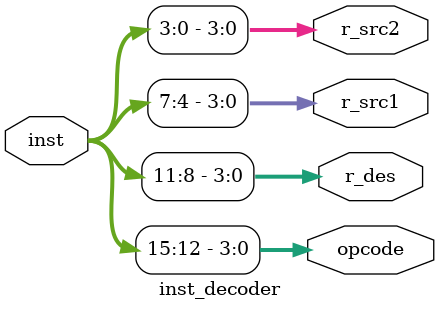
<source format=v>
module inst_decoder(input [15:0]inst,
		    output [3:0]opcode,r_des,r_src1,r_src2);

assign opcode=inst[15:12];
assign r_des=inst[11:8];
assign r_src1=inst[7:4];
assign r_src2=inst[3:0];
endmodule

</source>
